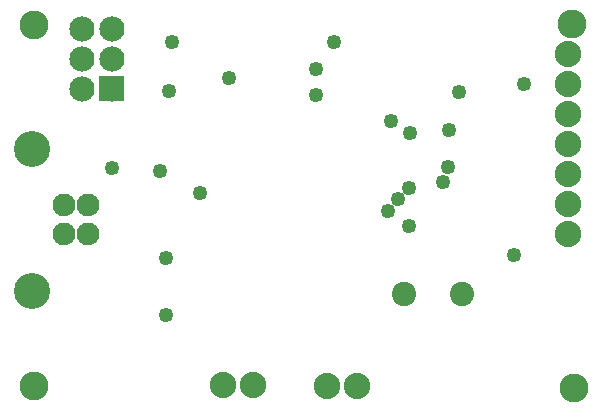
<source format=gbs>
G04 MADE WITH FRITZING*
G04 WWW.FRITZING.ORG*
G04 DOUBLE SIDED*
G04 HOLES PLATED*
G04 CONTOUR ON CENTER OF CONTOUR VECTOR*
%ASAXBY*%
%FSLAX23Y23*%
%MOIN*%
%OFA0B0*%
%SFA1.0B1.0*%
%ADD10C,0.084000*%
%ADD11C,0.080925*%
%ADD12C,0.080866*%
%ADD13C,0.049370*%
%ADD14C,0.076000*%
%ADD15C,0.120000*%
%ADD16C,0.088000*%
%ADD17C,0.096614*%
%ADD18R,0.001000X0.001000*%
%LNMASK0*%
G90*
G70*
G54D10*
X363Y1077D03*
X263Y1077D03*
X363Y1177D03*
X263Y1177D03*
X363Y1277D03*
X263Y1277D03*
G54D11*
X1338Y392D03*
G54D12*
X1531Y392D03*
G54D13*
X1353Y745D03*
X1316Y709D03*
X1283Y671D03*
G54D14*
X283Y592D03*
X283Y690D03*
X205Y690D03*
X205Y592D03*
G54D15*
X98Y404D03*
X98Y878D03*
G54D16*
X1885Y1193D03*
X1885Y1093D03*
X1885Y993D03*
X1885Y893D03*
X1885Y793D03*
X1885Y693D03*
X1885Y593D03*
G54D17*
X1902Y81D03*
X104Y88D03*
X1896Y1292D03*
X102Y1291D03*
G54D16*
X832Y90D03*
X732Y90D03*
G54D13*
X656Y730D03*
X1736Y1092D03*
X1044Y1142D03*
X1483Y816D03*
X1466Y766D03*
X1043Y1057D03*
X553Y1069D03*
X1520Y1067D03*
X1292Y970D03*
X545Y513D03*
X545Y323D03*
X525Y803D03*
X755Y1113D03*
X565Y1233D03*
X365Y813D03*
X1105Y1233D03*
X1352Y621D03*
X1705Y524D03*
X1487Y939D03*
X1356Y931D03*
G54D16*
X1180Y88D03*
X1080Y88D03*
G54D18*
X321Y1119D02*
X404Y1119D01*
X321Y1118D02*
X404Y1118D01*
X321Y1117D02*
X404Y1117D01*
X321Y1116D02*
X404Y1116D01*
X321Y1115D02*
X404Y1115D01*
X321Y1114D02*
X404Y1114D01*
X321Y1113D02*
X404Y1113D01*
X321Y1112D02*
X404Y1112D01*
X321Y1111D02*
X404Y1111D01*
X321Y1110D02*
X404Y1110D01*
X321Y1109D02*
X404Y1109D01*
X321Y1108D02*
X404Y1108D01*
X321Y1107D02*
X404Y1107D01*
X321Y1106D02*
X404Y1106D01*
X321Y1105D02*
X404Y1105D01*
X321Y1104D02*
X404Y1104D01*
X321Y1103D02*
X404Y1103D01*
X321Y1102D02*
X404Y1102D01*
X321Y1101D02*
X404Y1101D01*
X321Y1100D02*
X404Y1100D01*
X321Y1099D02*
X404Y1099D01*
X321Y1098D02*
X404Y1098D01*
X321Y1097D02*
X404Y1097D01*
X321Y1096D02*
X404Y1096D01*
X321Y1095D02*
X404Y1095D01*
X321Y1094D02*
X404Y1094D01*
X321Y1093D02*
X404Y1093D01*
X321Y1092D02*
X356Y1092D01*
X368Y1092D02*
X404Y1092D01*
X321Y1091D02*
X354Y1091D01*
X370Y1091D02*
X404Y1091D01*
X321Y1090D02*
X352Y1090D01*
X372Y1090D02*
X404Y1090D01*
X321Y1089D02*
X351Y1089D01*
X373Y1089D02*
X404Y1089D01*
X321Y1088D02*
X350Y1088D01*
X374Y1088D02*
X404Y1088D01*
X321Y1087D02*
X349Y1087D01*
X375Y1087D02*
X404Y1087D01*
X321Y1086D02*
X349Y1086D01*
X376Y1086D02*
X404Y1086D01*
X321Y1085D02*
X348Y1085D01*
X376Y1085D02*
X404Y1085D01*
X321Y1084D02*
X348Y1084D01*
X376Y1084D02*
X404Y1084D01*
X321Y1083D02*
X347Y1083D01*
X377Y1083D02*
X404Y1083D01*
X321Y1082D02*
X347Y1082D01*
X377Y1082D02*
X404Y1082D01*
X321Y1081D02*
X347Y1081D01*
X377Y1081D02*
X404Y1081D01*
X321Y1080D02*
X347Y1080D01*
X377Y1080D02*
X404Y1080D01*
X321Y1079D02*
X347Y1079D01*
X378Y1079D02*
X404Y1079D01*
X321Y1078D02*
X347Y1078D01*
X378Y1078D02*
X404Y1078D01*
X321Y1077D02*
X347Y1077D01*
X378Y1077D02*
X404Y1077D01*
X321Y1076D02*
X347Y1076D01*
X377Y1076D02*
X404Y1076D01*
X321Y1075D02*
X347Y1075D01*
X377Y1075D02*
X404Y1075D01*
X321Y1074D02*
X347Y1074D01*
X377Y1074D02*
X404Y1074D01*
X321Y1073D02*
X347Y1073D01*
X377Y1073D02*
X404Y1073D01*
X321Y1072D02*
X348Y1072D01*
X377Y1072D02*
X404Y1072D01*
X321Y1071D02*
X348Y1071D01*
X376Y1071D02*
X404Y1071D01*
X321Y1070D02*
X348Y1070D01*
X376Y1070D02*
X404Y1070D01*
X321Y1069D02*
X349Y1069D01*
X375Y1069D02*
X404Y1069D01*
X321Y1068D02*
X350Y1068D01*
X374Y1068D02*
X404Y1068D01*
X321Y1067D02*
X351Y1067D01*
X373Y1067D02*
X404Y1067D01*
X321Y1066D02*
X352Y1066D01*
X372Y1066D02*
X404Y1066D01*
X321Y1065D02*
X353Y1065D01*
X371Y1065D02*
X404Y1065D01*
X321Y1064D02*
X355Y1064D01*
X369Y1064D02*
X404Y1064D01*
X321Y1063D02*
X359Y1063D01*
X365Y1063D02*
X404Y1063D01*
X321Y1062D02*
X404Y1062D01*
X321Y1061D02*
X404Y1061D01*
X321Y1060D02*
X404Y1060D01*
X321Y1059D02*
X404Y1059D01*
X321Y1058D02*
X404Y1058D01*
X321Y1057D02*
X404Y1057D01*
X321Y1056D02*
X404Y1056D01*
X321Y1055D02*
X404Y1055D01*
X321Y1054D02*
X404Y1054D01*
X321Y1053D02*
X404Y1053D01*
X321Y1052D02*
X404Y1052D01*
X321Y1051D02*
X404Y1051D01*
X321Y1050D02*
X404Y1050D01*
X321Y1049D02*
X404Y1049D01*
X321Y1048D02*
X404Y1048D01*
X321Y1047D02*
X404Y1047D01*
X321Y1046D02*
X404Y1046D01*
X321Y1045D02*
X404Y1045D01*
X321Y1044D02*
X404Y1044D01*
X321Y1043D02*
X404Y1043D01*
X321Y1042D02*
X404Y1042D01*
X321Y1041D02*
X404Y1041D01*
X321Y1040D02*
X404Y1040D01*
X321Y1039D02*
X404Y1039D01*
X321Y1038D02*
X404Y1038D01*
X321Y1037D02*
X404Y1037D01*
X321Y1036D02*
X403Y1036D01*
D02*
G04 End of Mask0*
M02*
</source>
